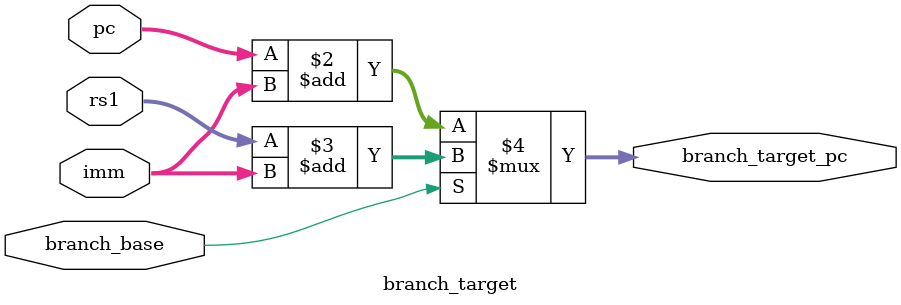
<source format=v>
module branch_target (
    input                    branch_base,
    input         [ 31 : 0 ] pc,
    input         [ 31 : 0 ] rs1,
    input  signed [ 31 : 0 ] imm,
    output        [ 31 : 0 ] branch_target_pc
);

    assign branch_target_pc = (branch_base == 0) ? pc + imm : rs1 + imm;

endmodule
</source>
